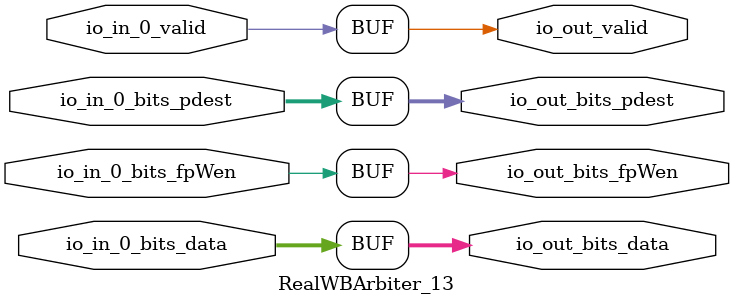
<source format=sv>
`ifndef RANDOMIZE
  `ifdef RANDOMIZE_MEM_INIT
    `define RANDOMIZE
  `endif // RANDOMIZE_MEM_INIT
`endif // not def RANDOMIZE
`ifndef RANDOMIZE
  `ifdef RANDOMIZE_REG_INIT
    `define RANDOMIZE
  `endif // RANDOMIZE_REG_INIT
`endif // not def RANDOMIZE

`ifndef RANDOM
  `define RANDOM $random
`endif // not def RANDOM

// Users can define INIT_RANDOM as general code that gets injected into the
// initializer block for modules with registers.
`ifndef INIT_RANDOM
  `define INIT_RANDOM
`endif // not def INIT_RANDOM

// If using random initialization, you can also define RANDOMIZE_DELAY to
// customize the delay used, otherwise 0.002 is used.
`ifndef RANDOMIZE_DELAY
  `define RANDOMIZE_DELAY 0.002
`endif // not def RANDOMIZE_DELAY

// Define INIT_RANDOM_PROLOG_ for use in our modules below.
`ifndef INIT_RANDOM_PROLOG_
  `ifdef RANDOMIZE
    `ifdef VERILATOR
      `define INIT_RANDOM_PROLOG_ `INIT_RANDOM
    `else  // VERILATOR
      `define INIT_RANDOM_PROLOG_ `INIT_RANDOM #`RANDOMIZE_DELAY begin end
    `endif // VERILATOR
  `else  // RANDOMIZE
    `define INIT_RANDOM_PROLOG_
  `endif // RANDOMIZE
`endif // not def INIT_RANDOM_PROLOG_

// Include register initializers in init blocks unless synthesis is set
`ifndef SYNTHESIS
  `ifndef ENABLE_INITIAL_REG_
    `define ENABLE_INITIAL_REG_
  `endif // not def ENABLE_INITIAL_REG_
`endif // not def SYNTHESIS

// Include rmemory initializers in init blocks unless synthesis is set
`ifndef SYNTHESIS
  `ifndef ENABLE_INITIAL_MEM_
    `define ENABLE_INITIAL_MEM_
  `endif // not def ENABLE_INITIAL_MEM_
`endif // not def SYNTHESIS

module RealWBArbiter_13(
  input         io_in_0_valid,
  input         io_in_0_bits_fpWen,
  input  [7:0]  io_in_0_bits_pdest,
  input  [63:0] io_in_0_bits_data,
  output        io_out_valid,
  output        io_out_bits_fpWen,
  output [7:0]  io_out_bits_pdest,
  output [63:0] io_out_bits_data
);

  assign io_out_valid = io_in_0_valid;
  assign io_out_bits_fpWen = io_in_0_bits_fpWen;
  assign io_out_bits_pdest = io_in_0_bits_pdest;
  assign io_out_bits_data = io_in_0_bits_data;
endmodule


</source>
